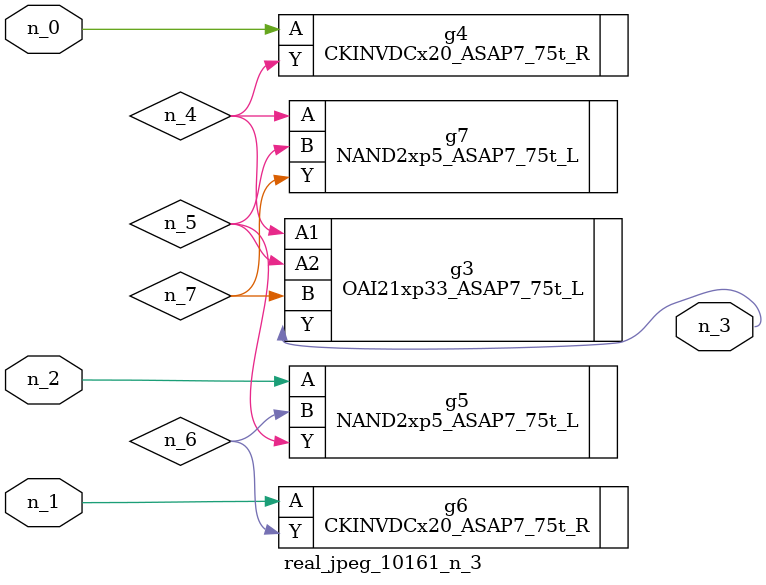
<source format=v>
module real_jpeg_10161_n_3 (n_1, n_0, n_2, n_3);

input n_1;
input n_0;
input n_2;

output n_3;

wire n_5;
wire n_4;
wire n_6;
wire n_7;

CKINVDCx20_ASAP7_75t_R g4 ( 
.A(n_0),
.Y(n_4)
);

CKINVDCx20_ASAP7_75t_R g6 ( 
.A(n_1),
.Y(n_6)
);

NAND2xp5_ASAP7_75t_L g5 ( 
.A(n_2),
.B(n_6),
.Y(n_5)
);

OAI21xp33_ASAP7_75t_L g3 ( 
.A1(n_4),
.A2(n_5),
.B(n_7),
.Y(n_3)
);

NAND2xp5_ASAP7_75t_L g7 ( 
.A(n_4),
.B(n_5),
.Y(n_7)
);


endmodule
</source>
